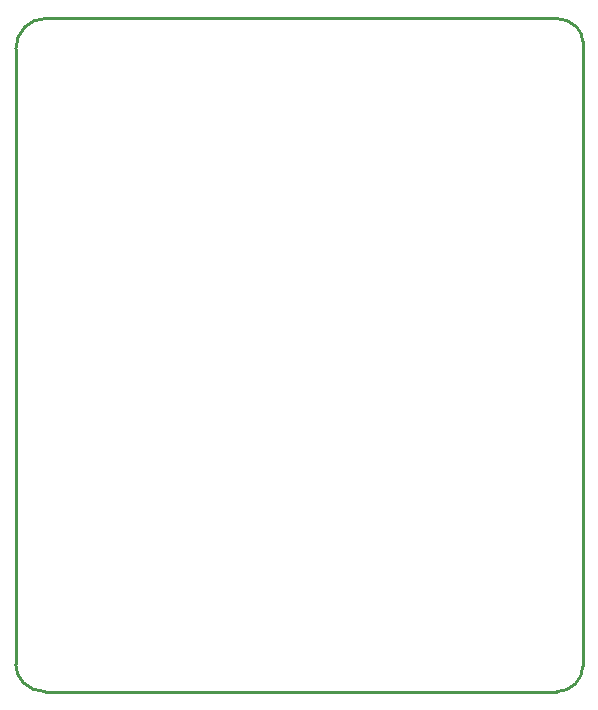
<source format=gko>
G04*
G04 #@! TF.GenerationSoftware,Altium Limited,Altium Designer,18.1.7 (191)*
G04*
G04 Layer_Color=16711935*
%FSLAX25Y25*%
%MOIN*%
G70*
G01*
G75*
%ADD12C,0.01000*%
D12*
X3000Y221500D02*
G03*
X0Y214257I7243J-7243D01*
G01*
X10024Y224410D02*
G03*
X3000Y221500I0J-9933D01*
G01*
X0Y9036D02*
G03*
X2500Y3000I8535J0D01*
G01*
D02*
G03*
X9743Y0I7243J7243D01*
G01*
X180464D02*
G03*
X186500Y2500I0J8535D01*
G01*
D02*
G03*
X188976Y8478I-5979J5979D01*
G01*
Y216729D02*
G03*
X187000Y221500I-6748J0D01*
G01*
D02*
G03*
X179976Y224410I-7024J-7024D01*
G01*
X0Y9036D02*
Y11811D01*
X9743Y0D02*
X11811D01*
X175500D02*
X180464D01*
X188976Y8479D02*
Y11811D01*
Y212598D02*
Y216729D01*
X177165Y224409D02*
X179976D01*
X10024D02*
X11811D01*
X0Y212598D02*
Y214257D01*
X11811Y0D02*
X177165D01*
X188976Y11811D02*
Y212598D01*
X11811Y224409D02*
X177165D01*
X0Y11811D02*
Y212598D01*
M02*

</source>
